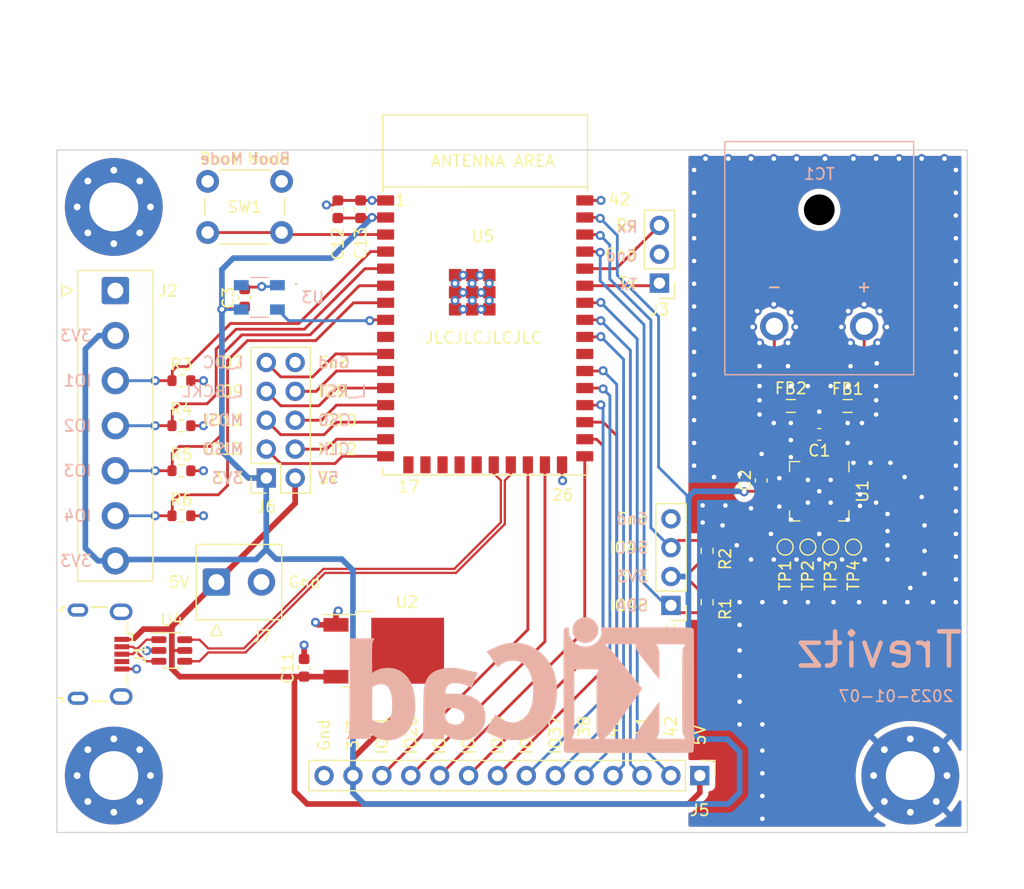
<source format=kicad_pcb>
(kicad_pcb (version 20211014) (generator pcbnew)
  (layers (0 "F.Cu" signal) (1 "In1.Cu" signal) (2 "In2.Cu" signal) (31 "B.Cu" signal) (34 "B.Paste" user) (35 "F.Paste" user) (36 "B.SilkS" user "B.Silkscreen") (37 "F.SilkS" user "F.Silkscreen") (38 "B.Mask" user) (39 "F.Mask" user) (44 "Edge.Cuts" user))
  (net 0 "")
  (net 1 "Net-(C1-Pad1)")
  (net 2 "Net-(C1-Pad2)")
  (net 3 "+3V3")
  (net 4 "GND")
  (net 5 "/Door Locked")
  (net 6 "/Door Unlocked")
  (net 7 "/Door Open")
  (net 8 "/Fan_High")
  (net 9 "/Fan_Low")
  (net 10 "/Bake_A")
  (net 11 "/Bake_B")
  (net 12 "/Broil_A")
  (net 13 "/Broil_Convection_B")
  (net 14 "/Convection_A")
  (net 16 "/Down_Draft_High")
  (net 17 "/Down_Draft_Low")
  (net 18 "/Cooling Fan")
  (net 20 "/SPI2_CS0")
  (net 21 "/LCD_BCKL")
  (net 22 "/LCD_RST")
  (net 23 "/LCD_DC")
  (net 24 "/SPI2_MISO")
  (net 25 "Net-(FB1-Pad1)")
  (net 26 "Net-(FB2-Pad1)")
  (net 27 "+5V")
  (net 28 "/USB_B_D-")
  (net 29 "/USB_B_D+")
  (net 31 "/Cancel")
  (net 32 "/UART_TX")
  (net 33 "/UART_RX")
  (net 34 "/SPI2_SCLK")
  (net 35 "/SPI2_MOSI")
  (net 41 "/SDA")
  (net 42 "/SCL")
  (net 43 "/Light")
  (net 44 "/BootMode")
  (net 45 "Net-(TP1-Pad1)")
  (net 46 "Net-(TP2-Pad1)")
  (net 47 "Net-(TP3-Pad1)")
  (net 48 "Net-(TP4-Pad1)")
  (net 49 "/LED")
  (net 51 "/IC_USB_D-")
  (net 52 "/IC_USB_D+")
  (footprint "Connector_USB:USB_Micro-B_Wuerth_629105150521" (layer "F.Cu") (at 108.8 124.325 -90)
    (fp_text reference "J1")
    (fp_text value "USB_B_Micro")
  )
  (footprint "Package_TO_SOT_SMD:SOT-23-6" (layer "F.Cu") (at 115.1 124)
    (fp_text reference "U4")
    (fp_text value "USBLC6-2P6")
  )
  (footprint "Capacitor_SMD:C_0603_1608Metric" (layer "F.Cu") (at 166.9 109.05 90)
    (fp_text reference "C2")
    (fp_text value "0.1u")
  )
  (footprint "Resistor_SMD:R_0603_1608Metric" (layer "F.Cu") (at 162.143 115.2375 90)
    (fp_text reference "R2")
    (fp_text value "10k")
  )
  (footprint "lib:ESP32-S2-WROOM" (layer "F.Cu") (at 142.69 92.325)
    (fp_text reference "U5")
    (fp_text value "ESP32-S2-WROOM")
  )
  (footprint "Resistor_SMD:R_0603_1608Metric" (layer "F.Cu") (at 115.94 104.236)
    (fp_text reference "R4")
    (fp_text value "10k")
  )
  (footprint "Capacitor_SMD:C_0603_1608Metric" (layer "F.Cu") (at 131.69 85.2 90)
    (fp_text reference "C13")
    (fp_text value "0.1u")
  )
  (footprint "Package_DFN_QFN:QFN-20-1EP_5x5mm_P0.65mm_EP3.35x3.35mm" (layer "F.Cu") (at 172 110 -90)
    (fp_text reference "U1")
    (fp_text value "MCP9600-E_MX")
  )
  (footprint "Connector_TE-Connectivity:TE_826576-2_1x02_P3.96mm_Vertical" (layer "F.Cu") (at 119.02 117.9825)
    (fp_text reference "J7")
    (fp_text value "Conn_01x02")
  )
  (footprint "Inductor_SMD:L_0805_2012Metric" (layer "F.Cu") (at 174.5 102.5 180)
    (fp_text reference "FB1")
    (fp_text value "FerriteBead_Small")
  )
  (footprint "Capacitor_SMD:C_0603_1608Metric" (layer "F.Cu") (at 126.725 125.525 90)
    (fp_text reference "C11")
    (fp_text value "22u")
  )
  (footprint "Resistor_SMD:R_0603_1608Metric" (layer "F.Cu") (at 162.143 119.7625 -90)
    (fp_text reference "R1")
    (fp_text value "10k")
  )
  (footprint "Resistor_SMD:R_0603_1608Metric" (layer "F.Cu") (at 115.94 112.156)
    (fp_text reference "R6")
    (fp_text value "10k")
  )
  (footprint "Resistor_SMD:R_0603_1608Metric" (layer "F.Cu") (at 115.94 108.196)
    (fp_text reference "R5")
    (fp_text value "10k")
  )
  (footprint "Inductor_SMD:L_0805_2012Metric" (layer "F.Cu") (at 169.5 102.5)
    (fp_text reference "FB2")
    (fp_text value "FerriteBead_Small")
  )
  (footprint "Resistor_SMD:R_0603_1608Metric" (layer "F.Cu") (at 115.94 100.276)
    (fp_text reference "R3")
    (fp_text value "10k")
  )
  (footprint "Capacitor_SMD:C_0603_1608Metric" (layer "F.Cu") (at 121.5 93 90)
    (fp_text reference "C3")
    (fp_text value "0.1u")
  )
  (footprint "Connector_PinSocket_2.54mm:PinSocket_2x05_P2.54mm_Vertical" (layer "F.Cu") (at 123.4 108.834 180)
    (fp_text reference "J6")
    (fp_text value "Conn_02x05_Counter_Clockwise")
  )
  (footprint "Connector_PinHeader_2.54mm:PinHeader_1x03_P2.54mm_Vertical" (layer "F.Cu") (at 157.952 91.7 180)
    (fp_text reference "J3")
    (fp_text value "Conn_01x03")
  )
  (footprint "Button_Switch_THT:SW_PUSH_6mm_H4.3mm" (layer "F.Cu") (at 118.25 82.75)
    (fp_text reference "SW1")
    (fp_text value "SW_Push")
  )
  (footprint "TestPoint:TestPoint_Pad_D1.0mm" (layer "F.Cu") (at 169 114.91 -90)
    (fp_text reference "TP1")
    (fp_text value "TestPoint")
  )
  (footprint "Capacitor_SMD:C_0603_1608Metric" (layer "F.Cu") (at 172 105 180)
    (fp_text reference "C1")
    (fp_text value "0.1u")
  )
  (footprint "MountingHole:MountingHole_4.3mm_M4_Pad_Via" (layer "F.Cu") (at 110 85)
    (fp_text reference "H4" hide)
    (fp_text value "MountingHole_Pad")
  )
  (footprint "MountingHole:MountingHole_4.3mm_M4_Pad_Via" (layer "F.Cu") (at 180 135)
    (fp_text reference "H3" hide)
    (fp_text value "MountingHole_Pad")
  )
  (footprint "Connector_PinHeader_2.54mm:PinHeader_1x14_P2.54mm_Vertical" (layer "F.Cu") (at 161.5 135 -90)
    (fp_text reference "J5")
    (fp_text value "Conn_01x14")
  )
  (footprint "Connector_PinHeader_2.54mm:PinHeader_1x04_P2.54mm_Vertical" (layer "F.Cu") (at 158.968 120.04 180)
    (fp_text reference "J4")
    (fp_text value "Conn_01x04")
  )
  (footprint "TestPoint:TestPoint_Pad_D1.0mm" (layer "F.Cu") (at 171 114.91 -90)
    (fp_text reference "TP2")
    (fp_text value "TestPoint")
  )
  (footprint "Capacitor_SMD:C_0603_1608Metric" (layer "F.Cu") (at 129.69 85.2 90)
    (fp_text reference "C12")
    (fp_text value "22u")
  )
  (footprint "Package_TO_SOT_SMD:TO-252-2" (layer "F.Cu") (at 133.725 124.025)
    (fp_text reference "U2")
    (fp_text value "3.3V LDO Reg")
  )
  (footprint "TestPoint:TestPoint_Pad_D1.0mm" (layer "F.Cu") (at 173 114.91 -90)
    (fp_text reference "TP3")
    (fp_text value "TestPoint")
  )
  (footprint "MountingHole:MountingHole_4.3mm_M4_Pad_Via" (layer "F.Cu") (at 110 135)
    (fp_text reference "H5" hide)
    (fp_text value "MountingHole_Pad")
  )
  (footprint "TestPoint:TestPoint_Pad_D1.0mm" (layer "F.Cu") (at 175 114.91 -90)
    (fp_text reference "TP4")
    (fp_text value "TestPoint")
  )
  (footprint "Connector_TE-Connectivity:TE_826576-7_1x07_P3.96mm_Vertical" (layer "F.Cu") (at 110.14 92.356 -90)
    (fp_text reference "J2")
    (fp_text value "Conn_01x07")
  )
  (footprint "lib:IN-PI33TBTPRPGPB" (layer "B.Cu") (at 122.79 92.95)
    (fp_text reference "U3")
    (fp_text value "IN-PI33TBTPRPGPB" hide)
  )
  (footprint "lib:IM-J-PCB" (layer "B.Cu") (at 172 79.25 180)
    (fp_text reference "TC1")
    (fp_text value "Thermocouple_Block")
  )
  (footprint "Symbol:KiCad-Logo_12mm_SilkScreen" (layer "B.Cu") (at 145.75 127 180)
    (fp_text reference "PS1" hide)
    (fp_text value "External PSU" hide)
  )
  (gr_line (start 185 80) (end 185 140) (layer "Edge.Cuts") (width 0.1))
  (gr_line (start 105 80) (end 185 80) (layer "Edge.Cuts") (width 0.1))
  (gr_line (start 105 140) (end 105 80) (layer "Edge.Cuts") (width 0.1))
  (gr_line (start 185 140) (end 105 140) (layer "Edge.Cuts") (width 0.1))
  (gr_text "2023-01-07" (at 178.75 128.016) (layer "B.SilkS") (effects (font (size 1 1)) (justify mirror)))
  (gr_text "L_DC" (at 121.495 98.674) (layer "B.SilkS") (effects (font (size 1 1)) (justify left mirror)))
  (gr_text "CLK" (at 127.845 106.294) (layer "B.SilkS") (effects (font (size 1 1)) (justify right mirror)))
  (gr_text "CS0" (at 127.845 103.754) (layer "B.SilkS") (effects (font (size 1 1)) (justify right mirror)))
  (gr_text "3V3" (at 108.16 96.316) (layer "B.SilkS") (effects (font (size 1 1)) (justify left mirror)))
  (gr_text "IO3" (at 108.16 108.196) (layer "B.SilkS") (effects (font (size 1 1)) (justify left mirror)))
  (gr_text "3V3" (at 108.16 116.116) (layer "B.SilkS") (effects (font (size 1 1)) (justify left mirror)))
  (gr_text "MISO" (at 121.495 106.294) (layer "B.SilkS") (effects (font (size 1 1)) (justify left mirror)))
  (gr_text "Tx" (at 156.14 91.836) (layer "B.SilkS") (effects (font (size 1 1)) (justify left mirror)))
  (gr_text "Rx" (at 156.14 86.756) (layer "B.SilkS") (effects (font (size 1 1)) (justify left mirror)))
  (gr_text "Gnd" (at 157.063 112.42) (layer "B.SilkS") (effects (font (size 1 1)) (justify left mirror)))
  (gr_text "3V3" (at 157.063 117.5) (layer "B.SilkS") (effects (font (size 1 1)) (justify left mirror)))
  (gr_text "3V3" (at 121.495 108.834) (layer "B.SilkS") (effects (font (size 1 1)) (justify left mirror)))
  (gr_text "5V" (at 127.845 108.834) (layer "B.SilkS") (effects (font (size 1 1)) (justify right mirror)))
  (gr_text "L_RST" (at 127.845 101.214) (layer "B.SilkS") (effects (font (size 1 1)) (justify right mirror)))
  (gr_text "IO1" (at 108.16 100.276) (layer "B.SilkS") (effects (font (size 1 1)) (justify left mirror)))
  (gr_text "SDA" (at 157.063 120.04) (layer "B.SilkS") (effects (font (size 1 1)) (justify left mirror)))
  (gr_text "L_BCKL" (at 121.495 101.214) (layer "B.SilkS") (effects (font (size 1 1)) (justify left mirror)))
  (gr_text "Trevitz" (at 177.25 123.952) (layer "B.SilkS") (effects (font (size 3 3) (thickness 0.4)) (justify mirror)))
  (gr_text "Boot Mode" (at 121.54 80.756) (layer "B.SilkS") (effects (font (size 1 1)) (justify mirror)))
  (gr_text "Gnd" (at 127.845 98.674) (layer "B.SilkS") (effects (font (size 1 1)) (justify right mirror)))
  (gr_text "Gnd" (at 156.14 89.296) (layer "B.SilkS") (effects (font (size 1 1)) (justify left mirror)))
  (gr_text "IO4" (at 108.16 112.156) (layer "B.SilkS") (effects (font (size 1 1)) (justify left mirror)))
  (gr_text "MOSI" (at 121.495 103.754) (layer "B.SilkS") (effects (font (size 1 1)) (justify left mirror)))
  (gr_text "SCL" (at 157.063 114.96) (layer "B.SilkS") (effects (font (size 1 1)) (justify left mirror)))
  (gr_text "IO2" (at 108.16 104.236) (layer "B.SilkS") (effects (font (size 1 1)) (justify left mirror)))
  (gr_text "JLCJLCJLCJLC" (at 142.5 96.5) (layer "F.SilkS") (effects (font (size 1 1))))
  (gr_text "IO33" (at 138.64 131.444 90) (layer "F.SilkS") (effects (font (size 1 1))))
  (gr_text "IO46" (at 157.063 114.96) (layer "F.SilkS") (effects (font (size 1 1)) (justify right)))
  (gr_text "IO37" (at 148.8 131.444 90) (layer "F.SilkS") (effects (font (size 1 1))))
  (gr_text "IO10" (at 127.845 103.754) (layer "F.SilkS") (effects (font (size 1 1)) (justify left)))
  (gr_text "5V" (at 115.75 118) (layer "F.SilkS") (effects (font (size 1 1))))
  (gr_text "-" (at 168.05 92) (layer "F.SilkS") (effects (font (size 1 1))))
  (gr_text "IO13" (at 121.495 106.294) (layer "F.SilkS") (effects (font (size 1 1)) (justify right)))
  (gr_text "Tx" (at 156.047 91.7) (layer "F.SilkS") (effects (font (size 1 1)) (justify right)))
  (gr_text "Boot Mode" (at 121.54 80.756) (layer "F.SilkS") (effects (font (size 1 1))))
  (gr_text "IO36" (at 146.26 131.444 90) (layer "F.SilkS") (effects (font (size 1 1))))
  (gr_text "Rx" (at 156.047 86.62) (layer "F.SilkS") (effects (font (size 1 1)) (justify right)))
  (gr_text "Gnd" (at 157.063 112.42) (layer "F.SilkS") (effects (font (size 1 1)) (justify right)))
  (gr_text "IO35" (at 143.75 131.444 90) (layer "F.SilkS") (effects (font (size 1 1))))
  (gr_text "IO38" (at 151.34 131.444 90) (layer "F.SilkS") (effects (font (size 1 1))))
  (gr_text "5V" (at 161.5 131.444 90) (layer "F.SilkS") (effects (font (size 1 1))))
  (gr_text "IO26" (at 136.1 131.444 90) (layer "F.SilkS") (effects (font (size 1 1))))
  (gr_text "IO40" (at 153.88 131.5 90) (layer "F.SilkS") (effects (font (size 1 1))))
  (gr_text "IO8" (at 127.845 101.214) (layer "F.SilkS") (effects (font (size 1 1)) (justify left)))
  (gr_text "+" (at 175.94 92) (layer "F.SilkS") (effects (font (size 1 1))))
  (gr_text "3V3" (at 131.02 131.444 90) (layer "F.SilkS") (effects (font (size 1 1))))
  (gr_text "Gnd" (at 156.047 89.16) (layer "F.SilkS") (effects (font (size 1 1)) (justify right)))
  (gr_text "IO45" (at 157.063 120.04) (layer "F.SilkS") (effects (font (size 1 1)) (justify right)))
  (gr_text "IO9" (at 121.495 101.214) (layer "F.SilkS") (effects (font (size 1 1)) (justify right)))
  (gr_text "Gnd" (at 126.75 118) (layer "F.SilkS") (effects (font (size 1 1))))
  (gr_text "IO21" (at 133.56 131.444 90) (layer "F.SilkS") (effects (font (size 1 1))))
  (gr_text "IO11" (at 121.495 103.754) (layer "F.SilkS") (effects (font (size 1 1)) (justify right)))
  (gr_text "3V3" (at 121.495 108.834) (layer "F.SilkS") (effects (font (size 1 1)) (justify right)))
  (gr_text "5V" (at 127.845 108.864) (layer "F.SilkS") (effects (font (size 1 1)) (justify left)))
  (gr_text "IO12" (at 127.845 106.294) (layer "F.SilkS") (effects (font (size 1 1)) (justify left)))
  (gr_text "IO41" (at 156.42 131.444 90) (layer "F.SilkS") (effects (font (size 1 1))))
  (gr_text "IO34" (at 141.18 131.444 90) (layer "F.SilkS") (effects (font (size 1 1))))
  (gr_text "3V3" (at 157.063 117.5) (layer "F.SilkS") (effects (font (size 1 1)) (justify right)))
  (gr_text "IO7" (at 121.495 98.674) (layer "F.SilkS") (effects (font (size 1 1)) (justify right)))
  (gr_text "IO42" (at 158.96 131.444 90) (layer "F.SilkS") (effects (font (size 1 1))))
  (gr_text "Gnd" (at 128.48 131.444 90) (layer "F.SilkS") (effects (font (size 1 1))))
  (gr_text "Gnd" (at 127.845 98.674) (layer "F.SilkS") (effects (font (size 1 1)) (justify left)))
  (segment (start 172.95 105) (end 172.95 106.8) (width 0.25) (layer "F.Cu") (net 1))
  (segment (start 172.95 105) (end 172.95 103.8) (width 0.25) (layer "F.Cu") (net 1))
  (segment (start 172.95 106.8) (end 172.65 107.1) (width 0.25) (layer "F.Cu") (net 1))
  (segment (start 172.95 103.8) (end 173.4375 103.3125) (width 0.25) (layer "F.Cu") (net 1))
  (segment (start 173.4375 103.3125) (end 173.4375 102.5) (width 0.25) (layer "F.Cu") (net 1))
  (segment (start 172.65 107.1) (end 172.65 107.55) (width 0.25) (layer "F.Cu") (net 1))
  (segment (start 171.05 103.8) (end 171.05 105) (width 0.25) (layer "F.Cu") (net 2))
  (segment (start 171.35 107.55) (end 171.35 106.6) (width 0.25) (layer "F.Cu") (net 2))
  (segment (start 171.35 106.6) (end 171.05 106.3) (width 0.25) (layer "F.Cu") (net 2))
  (segment (start 171.05 106.3) (end 171.05 105) (width 0.25) (layer "F.Cu") (net 2))
  (segment (start 170.5625 102.5) (end 170.5625 103.3125) (width 0.25) (layer "F.Cu") (net 2))
  (segment (start 170.5625 103.3125) (end 171.05 103.8) (width 0.25) (layer "F.Cu") (net 2))
  (segment (start 133.89 85.925) (end 132.69 85.925) (width 0.25) (layer "F.Cu") (net 3))
  (segment (start 166.9 110) (end 165.45 110) (width 0.25) (layer "F.Cu") (net 3))
  (segment (start 152.75 86) (end 152.675 85.925) (width 0.25) (layer "F.Cu") (net 3))
  (segment (start 131.02 135) (end 131.02 133.48) (width 0.5) (layer "F.Cu") (net 3))
  (segment (start 152.675 85.925) (end 151.39 85.925) (width 0.25) (layer "F.Cu") (net 3))
  (segment (start 162.143 118.85) (end 161.588 118.85) (width 0.25) (layer "F.Cu") (net 3))
  (segment (start 131.74 85.925) (end 131.69 85.975) (width 0.25) (layer "F.Cu") (net 3))
  (segment (start 135.825 124.025) (end 135.825 128.675) (width 0.5) (layer "F.Cu") (net 3))
  (segment (start 165.45 110) (end 165.4 110.05) (width 0.25) (layer "F.Cu") (net 3))
  (segment (start 169.55 110) (end 166.9 110) (width 0.25) (layer "F.Cu") (net 3))
  (segment (start 121.5 93.95) (end 119.55 93.95) (width 0.25) (layer "F.Cu") (net 3))
  (segment (start 131.02 133.48) (end 135.825 128.675) (width 0.5) (layer "F.Cu") (net 3))
  (segment (start 160.238 117.5) (end 158.968 117.5) (width 0.25) (layer "F.Cu") (net 3))
  (segment (start 161.588 118.85) (end 160.238 117.5) (width 0.25) (layer "F.Cu") (net 3))
  (segment (start 131.69 85.975) (end 129.69 85.975) (width 0.25) (layer "F.Cu") (net 3))
  (segment (start 119.55 93.95) (end 119.5 94) (width 0.25) (layer "F.Cu") (net 3))
  (segment (start 161.588 116.15) (end 160.238 117.5) (width 0.25) (layer "F.Cu") (net 3))
  (segment (start 133.89 85.925) (end 131.74 85.925) (width 0.25) (layer "F.Cu") (net 3))
  (segment (start 162.143 116.15) (end 161.588 116.15) (width 0.25) (layer "F.Cu") (net 3))
  (via (at 165.4 110.05) (size 0.8) (drill 0.4) (layers "F.Cu" "B.Cu") (net 3))
  (via (at 119.5 94) (size 0.8) (drill 0.4) (layers "F.Cu" "B.Cu") (net 3))
  (via (at 152.75 86) (size 0.8) (drill 0.4) (layers "F.Cu" "B.Cu") (net 3))
  (via (at 132.69 85.925) (size 0.8) (drill 0.4) (layers "F.Cu" "B.Cu") (net 3))
  (segment (start 120.5 89.5) (end 119.5 90.5) (width 0.5) (layer "B.Cu") (net 3))
  (segment (start 161.5 131.8) (end 163.9 131.8) (width 0.5) (layer "B.Cu") (net 3))
  (segment (start 123.4 115.1) (end 122.5 116) (width 0.5) (layer "B.Cu") (net 3))
  (segment (start 124.267 115.967) (end 123.4 115.1) (width 0.5) (layer "B.Cu") (net 3))
  (segment (start 160.5 110.5) (end 160.5 117.4) (width 0.5) (layer "B.Cu") (net 3))
  (segment (start 130.033 115.967) (end 124.267 115.967) (width 0.5) (layer "B.Cu") (net 3))
  (segment (start 119.5 106.5) (end 119.5 94) (width 0.5) (layer "B.Cu") (net 3))
  (segment (start 160.5 110.5) (end 157.875 107.875) (width 0.25) (layer "B.Cu") (net 3))
  (segment (start 165 136.5) (end 164 137.5) (width 0.5) (layer "B.Cu") (net 3))
  (segment (start 160.5 130.8) (end 161.5 131.8) (width 0.5) (layer "B.Cu") (net 3))
  (segment (start 110.256 116) (end 110.14 116.116) (width 0.5) (layer "B.Cu") (net 3))
  (segment (start 131.02 135) (end 131.02 116.954) (width 0.5) (layer "B.Cu") (net 3))
  (segment (start 132.69 85.925) (end 129.115 89.5) (width 0.5) (layer "B.Cu") (net 3))
  (segment (start 119.52 94.02) (end 119.5 94) (width 0.25) (layer "B.Cu") (net 3))
  (segment (start 154.25 87.5) (end 152.75 86) (width 0.25) (layer "B.Cu") (net 3))
  (segment (start 157.875 107.875) (end 157.875 94.625) (width 0.25) (layer "B.Cu") (net 3))
  (segment (start 121.834 108.834) (end 119.5 106.5) (width 0.5) (layer "B.Cu") (net 3))
  (segment (start 121.2 94.02) (end 119.52 94.02) (width 0.25) (layer "B.Cu") (net 3))
  (segment (start 160.5 117.4) (end 160.5 130.8) (width 0.5) (layer "B.Cu") (net 3))
  (segment (start 165.4 110.05) (end 165.35 110) (width 0.5) (layer "B.Cu") (net 3))
  (segment (start 154.25 91) (end 154.25 87.5) (width 0.25) (layer "B.Cu") (net 3))
  (segment (start 107.5 115) (end 107.5 97.5) (width 0.5) (layer "B.Cu") (net 3))
  (segment (start 119.5 90.5) (end 119.5 93) (width 0.5) (layer "B.Cu") (net 3))
  (segment (start 131.02 136.52) (end 131.02 135) (width 0.5) (layer "B.Cu") (net 3))
  (segment (start 108.684 96.316) (end 107.5 97.5) (width 0.5) (layer "B.Cu") (net 3))
  (segment (start 157.875 94.625) (end 154.25 91) (width 0.25) (layer "B.Cu") (net 3))
  (segment (start 160.5 117.4) (end 160.4 117.5) (width 0.5) (layer "B.Cu") (net 3))
  (segment (start 110.14 116.116) (end 108.616 116.116) (width 0.5) (layer "B.Cu") (net 3))
  (segment (start 122.5 116) (end 110.256 116) (width 0.5) (layer "B.Cu") (net 3))
  (segment (start 123.4 108.834) (end 121.834 108.834) (width 0.5) (layer "B.Cu") (net 3))
  (segment (start 123.4 108.834) (end 123.4 112.4) (width 0.5) (layer "B.Cu") (net 3))
  (segment (start 160.4 117.5) (end 158.968 117.5) (width 0.5) (layer "B.Cu") (net 3))
  (segment (start 129.115 89.5) (end 120.5 89.5) (width 0.5) (layer "B.Cu") (net 3))
  (segment (start 110.14 96.316) (end 108.684 96.316) (width 0.5) (layer "B.Cu") (net 3))
  (segment (start 132 137.5) (end 131.02 136.52) (width 0.5) (layer "B.Cu") (net 3))
  (segment (start 165.35 110) (end 161 110) (width 0.5) (layer "B.Cu") (net 3))
  (segment (start 131.02 116.954) (end 130.033 115.967) (width 0.5) (layer "B.Cu") (net 3))
  (segment (start 123.4 115.1) (end 123.4 112.4) (width 0.5) (layer "B.Cu") (net 3))
  (segment (start 163.9 131.8) (end 165 132.9) (width 0.5) (layer "B.Cu") (net 3))
  (segment (start 165 132.9) (end 165 136.5) (width 0.5) (layer "B.Cu") (net 3))
  (segment (start 161 110) (end 160.5 110.5) (width 0.5) (layer "B.Cu") (net 3))
  (segment (start 119.5 94) (end 119.5 93) (width 0.5) (layer "B.Cu") (net 3))
  (segment (start 164 137.5) (end 132 137.5) (width 0.5) (layer "B.Cu") (net 3))
  (segment (start 108.616 116.116) (end 107.5 115) (width 0.5) (layer "B.Cu") (net 3))
  (segment (start 174.45 110.65) (end 175.442 110.65) (width 0.25) (layer "F.Cu") (net 4))
  (segment (start 175.554 110) (end 175.574 110.02) (width 0.25) (layer "F.Cu") (net 4))
  (segment (start 169.55 109.35) (end 171.35 109.35) (width 0.25) (layer "F.Cu") (net 4))
  (segment (start 168.554 109.35) (end 168.554 108.9165) (width 0.25) (layer "F.Cu") (net 4))
  (segment (start 143 91) (end 143 94) (width 0.25) (layer "F.Cu") (net 4))
  (segment (start 116.79625 112.156) (end 117.88375 112.156) (width 0.25) (layer "F.Cu") (net 4))
  (segment (start 175.574 110.02) (end 175.574 110.274) (width 0.25) (layer "F.Cu") (net 4))
  (segment (start 170.4 106.35) (end 170.15 106.35) (width 0.25) (layer "F.Cu") (net 4))
  (segment (start 126.725 124.75) (end 126.725 123.525) (width 0.5) (layer "F.Cu") (net 4))
  (segment (start 166.9 106.756) (end 166.938 106.718) (width 0.25) (layer "F.Cu") (net 4))
  (segment (start 174.45 110.65) (end 172.65 110.65) (width 0.25) (layer "F.Cu") (net 4))
  (segment (start 116.79625 104.236) (end 117.88375 104.236) (width 0.25) (layer "F.Cu") (net 4))
  (segment (start 170.7 108.45) (end 170.575 108.575) (width 0.25) (layer "F.Cu") (net 4))
  (segment (start 172 112.2) (end 172 113.75) (width 0.25) (layer "F.Cu") (net 4))
  (segment (start 173.3 107.55) (end 173.3 108.45) (width 0.25) (layer "F.Cu") (net 4))
  (segment (start 174.45 111.3) (end 173.55 111.3) (width 0.25) (layer "F.Cu") (net 4))
  (segment (start 140 92.5) (end 143 92.5) (width 0.25) (layer "F.Cu") (net 4))
  (segment (start 171.35 109.35) (end 172 110) (width 0.25) (layer "F.Cu") (net 4))
  (segment (start 121.5 92.05) (end 122.95 92.05) (width 0.25) (layer "F.Cu") (net 4))
  (segment (start 170.7 106.65) (end 170.4 106.35) (width 0.25) (layer "F.Cu") (net 4))
  (segment (start 168.512 108.7) (end 168.512 108.8255) (width 0.25) (layer "F.Cu") (net 4))
  (segment (start 171.35 110.65) (end 171.375 110.625) (width 0.25) (layer "F.Cu") (net 4))
  (segment (start 113.9625 124) (end 112.925 124) (width 0.25) (layer "F.Cu") (net 4))
  (segment (start 174.45 110) (end 173.425 110) (width 0.25) (layer "F.Cu") (net 4))
  (segment (start 129.29 84.825) (end 128.69 84.825) (width 0.25) (layer "F.Cu") (net 4))
  (segment (start 116.79625 100.276) (end 117.88375 100.276) (width 0.25) (layer "F.Cu") (net 4))
  (segment (start 169.55 111.3) (end 170.45 111.3) (width 0.25) (layer "F.Cu") (net 4))
  (segment (start 172 107.55) (end 172 108.575) (width 0.25) (layer "F.Cu") (net 4))
  (segment (start 172 107.55) (end 172 101.75) (width 0.25) (layer "F.Cu") (net 4))
  (segment (start 112.925 124) (end 112.9 124.025) (width 0.25) (layer "F.Cu") (net 4))
  (segment (start 173.3 108.45) (end 173.425 108.575) (width 0.25) (layer "F.Cu") (net 4))
  (segment (start 170.45 111.3) (end 170.575 111.425) (width 0.25) (layer "F.Cu") (net 4))
  (segment (start 172 112.45) (end 172 111.425) (width 0.25) (layer "F.Cu") (net 4))
  (segment (start 168.512 108.8255) (end 168.4875 108.85) (width 0.25) (layer "F.Cu") (net 4))
  (segment (start 170.7 107.55) (end 170.7 106.65) (width 0.25) (layer "F.Cu") (net 4))
  (segment (start 129.525 120.725) (end 129.725 120.525) (width 0.5) (layer "F.Cu") (net 4))
  (segment (start 129.525 121.745) (end 129.525 120.725) (width 0.5) (layer "F.Cu") (net 4))
  (segment (start 129.69 84.425) (end 129.29 84.825) (width 0.25) (layer "F.Cu") (net 4))
  (segment (start 133.89 84.425) (end 132.69 84.425) (width 0.25) (layer "F.Cu") (net 4))
  (segment (start 168.554 108.9165) (end 168.4875 108.85) (width 0.25) (layer "F.Cu") (net 4))
  (segment (start 149.39 107.675) (end 149.39 109.025) (width 0.25) (layer "F.Cu") (net 4))
  (segment (start 141.5 94) (end 141.5 91) (width 0.25) (layer "F.Cu") (net 4))
  (segment (start 170.15 106.35) (end 169.5 107) (width 0.25) (layer "F.Cu") (net 4))
  (segment (start 131.69 84.425) (end 132.69 84.425) (width 0.25) (layer "F.Cu") (net 4))
  (segment (start 171.375 110.625) (end 172 110) (width 0.25) (layer "F.Cu") (net 4))
  (segment (start 110.7 125.625) (end 112 125.625) (width 0.25) (layer "F.Cu") (net 4))
  (segment (start 168.25 111.25) (end 168.3875 111.25) (width 0.25) (layer "F.Cu") (net 4))
  (segment (start 143 94) (end 140 94) (width 0.25) (layer "F.Cu") (net 4))
  (segment (start 129.69 84.425) (end 131.69 84.425) (width 0.25) (layer "F.Cu") (net 4))
  (segment (start 169.55 109.35) (end 168.554 109.35) (width 0.25) (layer "F.Cu") (net 4))
  (segment (start 116.79625 108.196) (end 117.88375 108.196) (width 0.25) (layer "F.Cu") (net 4))
  (segment (start 166.9 108.1) (end 166.9 106.756) (width 0.25) (layer "F.Cu") (net 4))
  (segment (start 172.65 110.65) (end 172 110) (width 0.25) (layer "F.Cu") (net 4))
  (segment (start 127.945 121.745) (end 127.725 121.525) (width 0.5) (layer "F.Cu") (net 4))
  (segment (start 129.525 121.745) (end 127.945 121.745) (width 0.5) (layer "F.Cu") (net 4))
  (segment (start 173.3 107.55) (end 173.3 107.2) (width 0.25) (layer "F.Cu") (net 4))
  (segment (start 174.45 111.3) (end 175.564 111.3) (width 0.25) (layer "F.Cu") (net 4))
  (segment (start 170.45 108.7) (end 170.575 108.575) (width 0.25) (layer "F.Cu") (net 4))
  (segment (start 140 94) (end 140 91) (width 0.25) (layer "F.Cu") (net 4))
  (segment (start 140 91) (end 143 91) (width 0.25) (layer "F.Cu") (net 4))
  (segment (start 122.95 92.05) (end 123 92) (width 0.25) (layer "F.Cu") (net 4))
  (segment (start 170.7 107.55) (end 170.7 108.45) (width 0.25) (layer "F.Cu") (net 4))
  (segment (start 173.3 107.2) (end 174.875 105.625) (width 0.25) (layer "F.Cu") (net 4))
  (segment (start 169.55 111.3) (end 168.472 111.3) (width 0.25) (layer "F.Cu") (net 4))
  (segment (start 168.25 110.994) (end 168.25 111.25) (width 0.25) (layer "F.Cu") (net 4))
  (segment (start 173.55 111.3) (end 173.425 111.425) (width 0.25) (layer "F.Cu") (net 4))
  (segment (start 169.55 108.7) (end 168.512 108.7) (width 0.25) (layer "F.Cu") (net 4))
  (segment (start 168.3875 111.25) (end 168.4875 111.35) (width 0.25) (layer "F.Cu") (net 4))
  (segment (start 169.55 108.7) (end 170.45 108.7) (width 0.25) (layer "F.Cu") (net 4))
  (segment (start 151.39 84.425) (end 152.815 84.425) (width 0.25) (layer "F.Cu") (net 4))
  (segment (start 169.55 110.65) (end 168.594 110.65) (width 0.25) (layer "F.Cu") (net 4))
  (segment (start 175.564 111.3) (end 175.574 111.29) (width 0.25) (layer "F.Cu") (net 4))
  (segment (start 169.55 110.65) (end 171.35 110.65) (width 0.25) (layer "F.Cu") (net 4))
  (segment (start 174.45 110) (end 175.554 110) (width 0.25) (layer "F.Cu") (net 4))
  (segment (start 149.39 109.025) (end 149.44 109.075) (width 0.25) (layer "F.Cu") (net 4))
  (segment (start 168.594 110.65) (end 168.25 110.994) (width 0.25) (layer "F.Cu") (net 4))
  (via (at 112 125.625) (size 0.8) (drill 0.4) (layers "F.Cu" "B.Cu") (net 4))
  (via (at 175.94 93.556) (size 0.8) (drill 0.4) (layers "F.Cu" "B.Cu") (net 4))
  (via (at 183 80.75) (size 0.8) (drill 0.4) (layers "F.Cu" "B.Cu") (net 4))
  (via (at 184 81.75) (size 0.8) (drill 0.4) (layers "F.Cu" "B.Cu") (net 4))
  (via (at 175.574 111.29) (size 0.8) (drill 0.4) (layers "F.Cu" "B.Cu") (net 4))
  (via (at 173 111) (size 0.8) (drill 0.4) (layers "F.Cu" "B.Cu") (net 4))
  (via (at 170 116) (size 0.8) (drill 0.4) (layers "F.Cu" "B.Cu") (net 4))
  (via (at 172 110) (size 0.8) (drill 0.4) (layers "F.Cu" "B.Cu") (net 4))
  (via (at 166.75 102) (size 0.8) (drill 0.4) (layers "F.Cu" "B.Cu") (net 4))
  (via (at 178.25 107.5) (size 0.8) (drill 0.4) (layers "F.Cu" "B.Cu") (net 4))
  (via (at 117.88375 112.156) (size 0.8) (drill 0.4) (layers "F.Cu" "B.Cu") (net 4))
  (via (at 164.75 114.75) (size 0.8) (drill 0.4) (layers "F.Cu" "B.Cu") (net 4))
  (via (at 184 93.75) (size 0.8) (drill 0.4) (layers "F.Cu" "B.Cu") (net 4))
  (via (at 178 114.75) (size 0.8) (drill 0.4) (layers "F.Cu" "B.Cu") (net 4))
  (via (at 177 111) (size 0.8) (drill 0.4) (layers "F.Cu" "B.Cu") (net 4))
  (via (at 167.75 113.75) (size 0.8) (drill 0.4) (layers "F.Cu" "B.Cu") (net 4))
  (via (at 184 87.75) (size 0.8) (drill 0.4) (layers "F.Cu" "B.Cu") (net 4))
  (via (at 179.75 119.75) (size 0.8) (drill 0.4) (layers "F.Cu" "B.Cu") (net 4))
  (via (at 161 97.75) (size 0.8) (drill 0.4) (layers "F.Cu" "B.Cu") (net 4))
  (via (at 169.5 105.5) (size 0.8) (drill 0.4) (layers "F.Cu" "B.Cu") (net 4))
  (via (at 117.88375 100.276) (size 0.8) (drill 0.4) (layers "F.Cu" "B.Cu") (net 4))
  (via (at 166.75 99) (size 0.8) (drill 0.4) (layers "F.Cu" "B.Cu") (net 4))
  (via (at 132.69 84.425) (size 0.8) (drill 0.4) (layers "F.Cu" "B.Cu") (net 4))
  (via (at 166 111.5) (size 0.8) (drill 0.4) (layers "F.Cu" "B.Cu") (net 4))
  (via (at 165 124) (size 0.8) (drill 0.4) (layers "F.Cu" "B.Cu") (net 4))
  (via (at 166.75 103.25) (size 0.8) (drill 0.4) (layers "F.Cu" "B.Cu") (net 4))
  (via (at 177.34 94.156) (size 0.8) (drill 0.4) (layers "F.Cu" "B.Cu") (net 4))
  (via (at 161 95.75) (size 0.8) (drill 0.4) (layers "F.Cu" "B.Cu") (net 4))
  (via (at 174.74 96.956) (size 0.8) (drill 0.4) (layers "F.Cu" "B.Cu") (net 4))
  (via (at 161 99.75) (size 0.8) (drill 0.4) (layers "F.Cu" "B.Cu") (net 4))
  (via (at 168.4875 108.85) (size 0.8) (drill 0.4) (layers "F.Cu" "B.Cu") (net 4))
  (via (at 173 100.75) (size 0.8) (drill 0.4) (layers "F.Cu" "B.Cu") (net 4))
  (via (at 179 80.75) (size 0.8) (drill 0.4) (layers "F.Cu" "B.Cu") (net 4))
  (via (at 184 99.75) (size 0.8) (drill 0.4) (layers "F.Cu" "B.Cu") (net 4))
  (via (at 165 126.25) (size 0.8) (drill 0.4) (layers "F.Cu" "B.Cu") (net 4))
  (via (at 184 113.75) (size 0.8) (drill 0.4) (layers "F.Cu" "B.Cu") (net 4))
  (via (at 165 130.5) (size 0.8) (drill 0.4) (layers "F.Cu" "B.Cu") (net 4))
  (via (at 166.75 100.75) (size 0.8) (drill 0.4) (layers "F.Cu" "B.Cu") (net 4))
  (via (at 161 107.75) (size 0.8) (drill 0.4) (layers "F.Cu" "B.Cu") (net 4))
  (via (at 152.815 84.425) (size 0.8) (drill 0.4) (layers "F.Cu" "B.Cu") (net 4))
  (via (at 177.94 95.556) (size 0.8) (drill 0.4) (layers "F.Cu" "B.Cu") (net 4))
  (via (at 170 80.75) (size 0.8) (drill 0.4) (layers "F.Cu" "B.Cu") (net 4))
  (via (at 161.75 112.75) (size 0.8) (drill 0.4) (layers "F.Cu" "B.Cu") (net 4))
  (via (at 178 112) (size 0.8) (drill 0.4) (layers "F.Cu" "B.Cu") (net 4))
  (via (at 126.725 123.525) (size 0.8) (drill 0.4) (layers "F.Cu" "B.Cu") (net 4))
  (via (at 181.25 115.25) (size 0.8) (drill 0.4) (layers "F.Cu" "B.Cu") (net 4))
  (via (at 182 119.75) (size 0.8) (drill 0.4) (layers "F.Cu" "B.Cu") (net 4))
  (via (at 184 119.75) (size 0.8) (drill 0.4) (layers "F.Cu" "B.Cu") (net 4))
  (via (at 184 83.75) (size 0.8) (drill 0.4) (layers "F.Cu" "B.Cu") (net 4))
  (via (at 166.75 96.956) (size 0.8) (drill 0.4) (layers "F.Cu" "B.Cu") (net 4))
  (via (at 166.54 94.156) (size 0.8) (drill 0.4) (layers "F.Cu" "B.Cu") (net 4))
  (via (at 176 116) (size 0.8) (drill 0.4) (layers "F.Cu" "B.Cu") (net 4))
  (via (at 149.44 109.075) (size 0.8) (drill 0.4) (layers "F.Cu" "B.Cu") (net 4))
  (via (at 184 111.75) (size 0.8) (drill 0.4) (layers "F.Cu" "B.Cu") (net 4))
  (via (at 161 89.75) (size 0.8) (drill 0.4) (layers "F.Cu" "B.Cu") (net 4))
  (via (at 123 92) (size 0.8) (drill 0.4) (layers "F.Cu" "B.Cu") (net 4))
  (via (at 161 83.75) (size 0.8) (drill 0.4) (layers "F.Cu" "B.Cu") (net 4))
  (via (at 166 80.75) (size 0.8) (drill 0.4) (layers "F.Cu" "B.Cu") (net 4))
  (via (at 167 134.8) (size 0.8) (drill 0.4) (layers "F.Cu" "B.Cu") (net 4))
  (via (at 177.05 98.75) (size 0.8) (drill 0.4) (layers "F.Cu" "B.Cu") (net 4))
  (via (at 177 102) (size 0.8) (drill 0.4) (layers "F.Cu" "B.Cu") (net 4))
  (via (at 177 103.25) (size 0.8) (drill 0.4) (layers "F.Cu" "B.Cu") (net 4))
  (via (at 128.69 84.825) (size 0.8) (drill 0.4) (layers "F.Cu" "B.Cu") (net 4))
  (via (at 173.25 119.75) (size 0.8) (drill 0.4) (layers "F.Cu" "B.Cu") (net 4))
  (via (at 167 130.5) (size 0.8) (drill 0.4) (layers "F.Cu" "B.Cu") (net 4))
  (via (at 169 119.75) (size 0.8) (drill 0.4) (layers "F.Cu" "B.Cu") (net 4))
  (via (at 175.75 104) (size 0.8) (drill 0.4) (layers "F.Cu" "B.Cu") (net 4))
  (via (at 171 119.75) (size 0.8) (drill 0.4) (layers "F.Cu" "B.Cu") (net 4))
  (via (at 163.75 111.25) (size 0.8) (drill 0.4) (layers "F.Cu" "B.Cu") (net 4))
  (via (at 169.5 100.75) (size 0.8) (drill 0.4) (layers "F.Cu" "B.Cu") (net 4))
  (via (at 168.4875 111.35) (size 0.8) (drill 0.4) (layers "F.Cu" "B.Cu") (net 4))
  (via (at 167 119.75) (size 0.8) (drill 0.4) (layers "F.Cu" "B.Cu") (net 4))
  (via (at 172 103) (size 0.8) (drill 0.4) (layers "F.Cu" "B.Cu") (net 4))
  (via (at 178 113.5) (size 0.8) (drill 0.4) (layers "F.Cu" "B.Cu") (net 4))
  (via (at 162 80.75) (size 0.8) (drill 0.4) (layers "F.Cu" "B.Cu") (net 4))
  (via (at 184 91.75) (size 0.8) (drill 0.4) (layers "F.Cu" "B.Cu") (net 4))
  (via (at 179.5 108.75) (size 0.8) (drill 0.4) (layers "F.Cu" "B.Cu") (net 4))
  (via (at 175.5 119.75) (size 0.8) (drill 0.4) (layers "F.Cu" "B.Cu") (net 4))
  (via (at 172.5 80.75) (size 0.8) (drill 0.4) (layers "F.Cu" "B.Cu") (net 4))
  (via (at 168 104) (size 0.8) (drill 0.4) (layers "F.Cu" "B.Cu") (net 4))
  (via (at 177 80.75) (size 0.8) (drill 0.4) (layers "F.Cu" "B.Cu") (net 4))
  (via (at 178 116) (size 0.8) (drill 0.4) (layers "F.Cu" "B.Cu") (net 4))
  (via (at 184 101.75) (size 0.8) (drill 0.4) (layers "F.Cu" "B.Cu") (net 4))
  (via (at 175.574 110.274) (size 0.8) (drill 0.4) (layers "F.Cu" "B.Cu") (net 4))
  (via (at 165 121.75) (size 0.8) (drill 0.4) (layers "F.Cu" "B.Cu") (net 4))
  (via (at 165 108.5) (size 0.8) (drill 0.4) (layers "F.Cu" "B.Cu") (net 4))
  (via (at 175 80.75) (size 0.8) (drill 0.4) (layers "F.Cu" "B.Cu") (net 4))
  (via (at 164 80.75) (size 0.8) (drill 0.4) (layers "F.Cu" "B.Cu") (net 4))
  (via (at 129.725 120.525) (size 0.8) (drill 0.4) (layers "F.Cu" "B.Cu") (net 4))
  (via (at 161 93.75) (size 0.8) (drill 0.4) (layers "F.Cu" "B.Cu") (net 4))
  (via (at 166 116) (size 0.8) (drill 0.4) (layers "F.Cu" "B.Cu") (net 4))
  (via (at 174 116) (size 0.8) (drill 0.4) (layers "F.Cu" "B.Cu") (net 4))
  (via (at 177.75 119.75) (size 0.8) (drill 0.4) (layers "F.Cu" "B.Cu") (net 4))
  (via (at 169.94 95.556) (size 0.8) (drill 0.4) (layers "F.Cu" "B.Cu") (net 4))
  (via (at 161.75 111.25) (size 0.8) (drill 0.4) (layers "F.Cu" "B.Cu") (net 4))
  (via (at 171 111) (size 0.8) (drill 0.4) (layers "F.Cu" "B.Cu") (net 4))
  (via (at 174.5 100.75) (size 0.8) (drill 0.4) (layers "F.Cu" "B.Cu") (net 4))
  (via (at 165 128.5) (size 0.8) (drill 0.4) (layers "F.Cu" "B.Cu") (net 4))
  (via (at 167 132.8) (size 0.8) (drill 0.4) (layers "F.Cu" "B.Cu") (net 4))
  (via (at 168 93.556) (size 0.8) (drill 0.4) (layers "F.Cu" "B.Cu") (net 4))
  (via (at 163.5 113) (size 0.8) (drill 0.4) (layers "F.Cu" "B.Cu") (net 4))
  (via (at 181 80.75) (size 0.8) (drill 0.4) (layers "F.Cu" "B.Cu") (net 4))
  (via (at 168 80.75) (size 0.8) (drill 0.4) (layers "F.Cu" "B.Cu") (net 4))
  (via (at 169.5 112.5) (size 0.8) (drill 0.4) (layers "F.Cu" "B.Cu") (net 4))
  (via (at 173.94 95.556) (size 0.8) (drill 0.4) (layers "F.Cu" "B.Cu") (net 4))
  (via (at 173 109) (size 0.8) (drill 0.4) (layers "F.Cu" "B.Cu") (net 4))
  (via (at 181.25 117.25) (size 0.8) (drill 0.4) (layers "F.Cu" "B.Cu") (net 4))
  (via (at 180 118.5) (size 0.8) (drill 0.4) (layers "F.Cu" "B.Cu") (net 4))
  (via (at 127.725 121.525) (size 0.8) (drill 0.4) (layers "F.Cu" "B.Cu") (net 4))
  (via (at 184 105.75) (size 0.8) (drill 0.4) (layers "F.Cu" "B.Cu") (net 4))
  (via (at 161 87.75) (size 0.8) (drill 0.4) (layers "F.Cu" "B.Cu") (net 4))
  (via (at 184 109.75) (size 0.8) (drill 0.4) (layers "F.Cu" "B.Cu") (net 4))
  (via (at 181.25 113) (size 0.8) (drill 0.4) (layers "F.Cu" "B.Cu") (net 4))
  (via (at 161 103.75) (size 0.8) (drill 0.4) (layers "F.Cu" "B.Cu") (net 4))
  (via (at 161 81.75) (size 0.8) (drill 0.4) (layers "F.Cu" "B.Cu") (net 4))
  (via (at 169.5 104) (size 0.8) (drill 0.4) (layers "F.Cu" "B.Cu") (net 4))
  (via (at 174.54 94.156) (size 0.8) (drill 0.4) (layers "F.Cu" "B.Cu") (net 4))
  (via (at 117.88375 108.196) (size 0.8) (drill 0.4) (layers "F.Cu" "B.Cu") (net 4))
  (via (at 161 85.75) (size 0.8) (drill 0.4) (layers "F.Cu" "B.Cu") (net 4))
  (via (at 112.9 124.025) (size 0.8) (drill 0.4) (layers "F.Cu" "B.Cu") (net 4))
  (via (at 169.25 99) (size 0.8) (drill 0.4) (layers "F.Cu" "B.Cu") (net 4))
  (via (at 169.5 107) (size 0.8) (drill 0.4) (layers "F.Cu" "B.Cu") (net 4))
  (via (at 172 113.75) (size 0.8) (drill 0.4) (layers "F.Cu" "B.Cu") (net 4))
  (via (at 184 103.75) (size 0.8) (drill 0.4) (layers "F.Cu" "B.Cu") (net 4))
  (via (at 184 117.75) (size 0.8) (drill 0.4) (layers "F.Cu" "B.Cu") (net 4))
  (via (at 167 138.8) (size 0.8) (drill 0.4) (layers "F.Cu" "B.Cu") (net 4))
  (via (at 161 91.75) (size 0.8) (drill 0.4) (layers "F.Cu" "B.Cu") (net 4))
  (via (at 174.75 99) (size 0.8) (drill 0.4) (layers "F.Cu" "B.Cu") (net 4))
  (via (at 172 116) (size 0.8) (drill 0.4) (layers "F.Cu" "B.Cu") (net 4))
  (via (at 171 109) (size 0.8) (drill 0.4) (layers "F.Cu" "B.Cu") (net 4))
  (via (at 174.5 112.5) (size 0.8) (drill 0.4) (layers "F.Cu" "B.Cu") (net 4))
  (via (at 184 89.75) (size 0.8) (drill 0.4) (layers "F.Cu" "B.Cu") (net 4))
  (via (at 162.75 108.75) (size 0.8) (drill 0.4) (layers "F.Cu" "B.Cu") (net 4))
  (via (at 169.25 96.956) (size 0.8) (drill 0.4) (layers "F.Cu" "B.Cu") (net 4))
  (via (at 161 105.75) (size 0.8) (drill 0.4) (layers "F.Cu" "B.Cu") (net 4))
  (via (at 175 107.5) (size 0.8) (drill 0.4) (layers "F.Cu" "B.Cu") (net 4))
  (via (at 176.5 107.5) (size 0.8) (drill 0.4) (layers "F.Cu" "B.Cu") (net 4))
  (via (at 117.88375 104.236) (size 0.8) (drill 0.4) (layers "F.Cu" "B.Cu") (net 4))
  (via (at 166.14 95.556) (size 0.8) (drill 0.4) (layers "F.Cu" "B.Cu") (net 4))
  (via (at 174.5 105.75) (size 0.8) (drill 0.4) (layers "F.Cu" "B.Cu") (net 4))
  (via (at 165 119.75) (size 0.8) (drill 0.4) (layers "F.Cu" "B.Cu") (net 4))
  (via (at 184 107.75) (size 0.8) (drill 0.4) (layers "F.Cu" "B.Cu") (net 4))
  (via (at 167 136.8) (size 0.8) (drill 0.4) (layers "F.Cu" "B.Cu") (net 4))
  (via (at 168 116) (size 0.8) (drill 0.4) (layers "F.Cu" "B.Cu") (net 4))
  (via (at 171 100.75) (size 0.8) (drill 0.4) (layers "F.Cu" "B.Cu") (net 4))
  (via (at 174.5 104) (size 0.8) (drill 0.4) (layers "F.Cu" "B.Cu") (net 4))
  (via (at 169.54 94.25) (size 0.8) (drill 0.4) (layers "F.Cu" "B.Cu") (net 4))
  (via (at 181 110.5) (size 0.8) (drill 0.4) (layers "F.Cu" "B.Cu") (net 4))
  (via (at 177 100.75) (size 0.8) (drill 0.4) (layers "F.Cu" "B.Cu") (net 4))
  (via (at 184 97.75) (size 0.8) (drill 0.4) (layers "F.Cu" "B.Cu") (net 4))
  (via (at 166.938 106.718) (size 0.8) (drill 0.4) (layers "F.Cu" "B.Cu") (net 4))
  (via (at 161 101.75) (size 0.8) (drill 0.4) (layers "F.Cu" "B.Cu") (net 4))
  (via (at 184 85.75) (size 0.8) (drill 0.4) (layers "F.Cu" "B.Cu") (net 4))
  (via (at 184 115.75) (size 0.8) (drill 0.4) (layers "F.Cu" "B.Cu") (net 4))
  (via (at 184 95.75) (size 0.8) (drill 0.4) (layers "F.Cu" "B.Cu") (net 4))
  (via (at 177.14 96.956) (size 0.8) (drill 0.4) (layers "F.Cu" "B.Cu") (net 4))
  (segment (start 123 92) (end 124.26 92) (width 0.25) (layer "B.Cu") (net 4))
  (segment (start 124.26 92) (end 124.38 91.88) (width 0.25) (layer "B.Cu") (net 4))
  (segment (start 133.89 91.925) (end 131.575 91.925) (width 0.25) (layer "F.Cu") (net 5))
  (segment (start 119.5 98) (end 119.5 105) (width 0.25) (layer "F.Cu") (net 5))
  (segment (start 118.439 106.061) (end 115.75 106.061) (width 0.25) (layer "F.Cu") (net 5))
  (segment (start 115.14 106.671) (end 115.14 108.196) (width 0.25) (layer "F.Cu") (net 5))
  (segment (start 121.25 96.25) (end 119.5 98) (width 0.25) (layer "F.Cu") (net 5))
  (segment (start 115.75 106.061) (end 115.14 106.671) (width 0.25) (layer "F.Cu") (net 5))
  (segment (start 115.14 108.196) (end 113.64 108.196) (width 0.25) (layer "F.Cu") (net 5))
  (segment (start 127.25 96.25) (end 121.25 96.25) (width 0.25) (layer "F.Cu") (net 5))
  (segment (start 131.575 91.925) (end 127.25 96.25) (width 0.25) (layer "F.Cu") (net 5))
  (segment (start 119.5 105) (end 118.439 106.061) (width 0.25) (layer "F.Cu") (net 5))
  (via (at 113.64 108.196) (size 0.8) (drill 0.4) (layers "F.Cu" "B.Cu") (net 5))
  (segment (start 110.14 108.196) (end 113.64 108.196) (width 0.25) (layer "B.Cu") (net 5))
  (segment (start 115.14 102.921) (end 115.14 104.236) (width 0.25) (layer "F.Cu") (net 6))
  (segment (start 126.75 95.75) (end 120.75 95.75) (width 0.25) (layer "F.Cu") (net 6))
  (segment (start 132.075 90.425) (end 126.75 95.75) (width 0.25) (layer "F.Cu") (net 6))
  (segment (start 119 101.5) (end 118.189 102.311) (width 0.25) (layer "F.Cu") (net 6))
  (segment (start 133.89 90.425) (end 132.075 90.425) (width 0.25) (layer "F.Cu") (net 6))
  (segment (start 118.189 102.311) (end 115.75 102.311) (width 0.25) (layer "F.Cu") (net 6))
  (segment (start 115.75 102.311) (end 115.14 102.921) (width 0.25) (layer "F.Cu") (net 6))
  (segment (start 120.75 95.75) (end 119 97.5) (width 0.25) (layer "F.Cu") (net 6))
  (segment (start 119 97.5) (end 119 101.5) (width 0.25) (layer "F.Cu") (net 6))
  (segment (start 115.14 104.236) (end 113.64 104.236) (width 0.25) (layer "F.Cu") (net 6))
  (via (at 113.64 104.236) (size 0.8) (drill 0.4) (layers "F.Cu" "B.Cu") (net 6))
  (segment (start 110.14 104.236) (end 113.64 104.236) (width 0.25) (layer "B.Cu") (net 6))
  (segment (start 133.89 93.425) (end 131.075 93.425) (width 0.25) (layer "F.Cu") (net 7))
  (segment (start 120 98.5) (end 120 109.5) (width 0.25) (layer "F.Cu") (net 7))
  (segment (start 127.75 96.75) (end 121.75 96.75) (width 0.25) (layer "F.Cu") (net 7))
  (segment (start 115.14 112.156) (end 113.64 112.156) (width 0.25) (layer "F.Cu") (net 7))
  (segment (start 131.075 93.425) (end 127.75 96.75) (width 0.25) (layer "F.Cu") (net 7))
  (segment (start 115.75 110.311) (end 115.14 110.921) (width 0.25) (layer "F.Cu") (net 7))
  (segment (start 121.75 96.75) (end 120 98.5) (width 0.25) (layer "F.Cu") (net 7))
  (segment (start 120 109.5) (end 119.189 110.311) (width 0.25) (layer "F.Cu") (net 7))
  (segment (start 119.189 110.311) (end 115.75 110.311) (width 0.25) (layer "F.Cu") (net 7))
  (segment (start 115.14 110.921) (end 115.14 112.156) (width 0.25) (layer "F.Cu") (net 7))
  (via (at 113.64 112.156) (size 0.8) (drill 0.4) (layers "F.Cu" "B.Cu") (net 7))
  (segment (start 110.14 112.156) (end 113.64 112.156) (width 0.25) (layer "B.Cu") (net 7))
  (segment (start 152.775 102.425) (end 152.8 102.4) (width 0.25) (layer "F.Cu") (net 8))
  (segment (start 151.39 102.425) (end 152.775 102.425) (width 0.25) (layer "F.Cu") (net 8))
  (via (at 152.8 102.4) (size 0.8) (drill 0.4) (layers "F.Cu" "B.Cu") (net 8))
  (segment (start 153 128.26) (end 146.26 135) (width 0.25) (layer "B.Cu") (net 8))
  (segment (start 153 102.6) (end 153 128.26) (width 0.25) (layer "B.Cu") (net 8))
  (segment (start 151.39 100.925) (end 152.925 100.925) (width 0.25) (layer "F.Cu") (net 9))
  (segment (start 152.925 100.925) (end 153 101) (width 0.25) (layer "F.Cu") (net 9))
  (via (at 153 101) (size 0.8) (drill 0.4) (layers "F.Cu" "B.Cu") (net 9))
  (segment (start 153 101) (end 153.6 101.6) (width 0.25) (layer "B.Cu") (net 9))
  (segment (start 153.6 101.6) (end 153.6 130.2) (width 0.25) (layer "B.Cu") (net 9))
  (segment (start 153.6 130.2) (end 148.8 135) (width 0.25) (layer "B.Cu") (net 9))
  (segment (start 154.2 105.112) (end 154.2 124.52) (width 0.25) (layer "F.Cu") (net 10))
  (segment (start 154.2 124.52) (end 143.72 135) (width 0.25) (layer "F.Cu") (net 10))
  (segment (start 151.39 103.925) (end 153.013 103.925) (width 0.25) (layer "F.Cu") (net 10))
  (segment (start 153.013 103.925) (end 154.2 105.112) (width 0.25) (layer "F.Cu") (net 10))
  (segment (start 153 123.18) (end 141.18 135) (width 0.25) (layer "F.Cu") (net 11))
  (segment (start 151.39 105.425) (end 152.425 105.425) (width 0.25) (layer "F.Cu") (net 11))
  (segment (start 153 106) (end 153 123.18) (width 0.25) (layer "F.Cu") (net 11))
  (segment (start 152.425 105.425) (end 153 106) (width 0.25) (layer "F.Cu") (net 11))
  (segment (start 151.39 122.25) (end 138.64 135) (width 0.25) (layer "F.Cu") (net 12))
  (segment (start 151.39 106.925) (end 151.39 122.25) (width 0.25) (layer "F.Cu") (net 12))
  (segment (start 147.89 123.21) (end 136.1 135) (width 0.25) (layer "F.Cu") (net 13))
  (segment (start 147.89 107.675) (end 147.89 123.21) (width 0.25) (layer "F.Cu") (net 13))
  (segment (start 146.39 107.675) (end 146.39 122.17) (width 0.25) (layer "F.Cu") (net 14))
  (segment (start 146.39 122.17) (end 133.56 135) (width 0.25) (layer "F.Cu") (net 14))
  (segment (start 151.39 94.925) (end 152.725 94.925) (width 0.25) (layer "F.Cu") (net 16))
  (segment (start 152.725 94.925) (end 152.8 95) (width 0.25) (layer "F.Cu") (net 16))
  (via (at 152.8 95) (size 0.8) (drill 0.4) (layers "F.Cu" "B.Cu") (net 16))
  (segment (start 155.4 133.98) (end 155.4 97.6) (width 0.25) (layer "B.Cu") (net 16))
  (segment (start 156.42 135) (end 155.4 133.98) (width 0.25) (layer "B.Cu") (net 16))
  (segment (start 155.4 97.6) (end 152.8 95) (width 0.25) (layer "B.Cu") (net 16))
  (segment (start 151.39 93.425) (end 152.775 93.425) (width 0.25) (layer "F.Cu") (net 17))
  (segment (start 152.775 93.425) (end 152.8 93.4) (width 0.25) (layer "F.Cu") (net 17))
  (via (at 152.8 93.4) (size 0.8) (drill 0.4) (layers "F.Cu" "B.Cu") (net 17))
  (segment (start 156 132.04) (end 156 96.6) (width 0.25) (layer "B.Cu") (net 17))
  (segment (start 156 96.6) (end 152.8 93.4) (width 0.25) (layer "B.Cu") (net 17))
  (segment (start 158.96 135) (end 156 132.04) (width 0.25) (layer "B.Cu") (net 17))
  (segment (start 152.775 96.425) (end 152.8 96.4) (width 0.25) (layer "F.Cu") (net 18))
  (segment (start 151.39 96.425) (end 152.775 96.425) (width 0.25) (layer "F.Cu") (net 18))
  (via (at 152.8 96.4) (size 0.8) (drill 0.4) (layers "F.Cu" "B.Cu") (net 18))
  (segment (start 152.8 96.4) (end 154.8 98.4) (width 0.25) (layer "B.Cu") (net 18))
  (segment (start 154.8 134.08) (end 153.88 135) (width 0.25) (layer "B.Cu") (net 18))
  (segment (start 154.8 98.4) (end 154.8 134.08) (width 0.25) (layer "B.Cu") (net 18))
  (segment (start 128.246 103.754) (end 129.575 102.425) (width 0.25) (layer "F.Cu") (net 20))
  (segment (start 129.575 102.425) (end 133.89 102.425) (width 0.25) (layer "F.Cu") (net 20))
  (segment (start 125.94 103.754) (end 128.246 103.754) (width 0.25) (layer "F.Cu") (net 20))
  (segment (start 124.67 102.484) (end 128.016 102.484) (width 0.25) (layer "F.Cu") (net 21))
  (segment (start 129.575 100.925) (end 133.89 100.925) (width 0.25) (layer "F.Cu") (net 21))
  (segment (start 123.4 101.214) (end 124.67 102.484) (width 0.25) (layer "F.Cu") (net 21))
  (segment (start 128.016 102.484) (end 129.575 100.925) (width 0.25) (layer "F.Cu") (net 21))
  (segment (start 129.575 99.425) (end 133.89 99.425) (width 0.25) (layer "F.Cu") (net 22))
  (segment (start 125.94 101.214) (end 127.786 101.214) (width 0.25) (layer "F.Cu") (net 22))
  (segment (start 127.786 101.214) (end 129.575 99.425) (width 0.25) (layer "F.Cu") (net 22))
  (segment (start 124.67 99.944) (end 123.4 98.674) (width 0.25) (layer "F.Cu") (net 23))
  (segment (start 124.67 99.944) (end 127.475 99.944) (width 0.25) (layer "F.Cu") (net 23))
  (segment (start 129.494 97.925) (end 133.89 97.925) (width 0.25) (layer "F.Cu") (net 23))
  (segment (start 127.475 99.944) (end 129.494 97.925) (width 0.25) (layer "F.Cu") (net 23))
  (segment (start 124.67 107.564) (end 129.436 107.564) (width 0.25) (layer "F.Cu") (net 24))
  (segment (start 129.436 107.564) (end 130.075 106.925) (width 0.25) (layer "F.Cu") (net 24))
  (segment (start 130.075 106.925) (end 133.89 106.925) (width 0.25) (layer "F.Cu") (net 24))
  (segment (start 124.67 107.564) (end 123.4 106.294) (width 0.25) (layer "F.Cu") (net 24))
  (segment (start 175.95 99.55) (end 175.95 95.5) (width 0.25) (layer "F.Cu") (net 25))
  (segment (start 175.5625 102.5) (end 175.5625 99.9375) (width 0.25) (layer "F.Cu") (net 25))
  (segment (start 175.5625 99.9375) (end 175.95 99.55) (width 0.25) (layer "F.Cu") (net 25))
  (segment (start 168.4375 102.5) (end 168.4375 99.9375) (width 0.25) (layer "F.Cu") (net 26))
  (segment (start 168.05 99.55) (end 168.05 95.5) (width 0.25) (layer "F.Cu") (net 26))
  (segment (start 168.4375 99.9375) (end 168.05 99.55) (width 0.25) (layer "F.Cu") (net 26))
  (segment (start 119.02 117.9825) (end 125.94 111.0625) (width 0.5) (layer "F.Cu") (net 27))
  (segment (start 116.2375 124) (end 115.125 124) (width 0.25) (layer "F.Cu") (net 27))
  (segment (start 125.905 126.305) (end 115.805 126.305) (width 0.5) (layer "F.Cu") (net 27))
  (segment (start 161.5 135) (end 161.5 136.5) (width 0.5) (layer "F.Cu") (net 27))
  (segment (start 115.1 122.425) (end 115.1 124.025) (width 0.5) (layer "F.Cu") (net 27))
  (segment (start 115.805 126.305) (end 115.1 125.6) (width 0.5) (layer "F.Cu") (net 27))
  (segment (start 111.8 122.925) (end 112.6 122.125) (width 0.5) (layer "F.Cu") (net 27))
  (segment (start 115.1 121.9025) (end 119.02 117.9825) (width 0.5) (layer "F.Cu") (net 27))
  (segment (start 115.1 122.05) (end 115.1 122.425) (width 0.5) (layer "F.Cu") (net 27))
  (segment (start 112.6 122.125) (end 115.025 122.125) (width 0.5) (layer "F.Cu") (net 27))
  (segment (start 128.445 126.305) (end 125.905 126.305) (width 0.5) (layer "F.Cu") (net 27))
  (segment (start 160.5 137.5) (end 127 137.5) (width 0.5) (layer "F.Cu") (net 27))
  (segment (start 127 137.5) (end 125.875 136.375) (width 0.5) (layer "F.Cu") (net 27))
  (segment (start 125.875 136.375) (end 125.875 126.335) (width 0.5) (layer "F.Cu") (net 27))
  (segment (start 161.5 136.5) (end 160.5 137.5) (width 0.5) (layer "F.Cu") (net 27))
  (segment (start 129.525 126.305) (end 128.445 126.305) (width 0.5) (layer "F.Cu") (net 27))
  (segment (start 115.125 124) (end 115.1 124.025) (width 0.25) (layer "F.Cu") (net 27))
  (segment (start 125.875 126.335) (end 125.905 126.305) (width 0.5) (layer "F.Cu") (net 27))
  (segment (start 115.1 125.6) (end 115.1 124.025) (width 0.5) (layer "F.Cu") (net 27))
  (segment (start 115.1 122.05) (end 115.1 121.9025) (width 0.5) (layer "F.Cu") (net 27))
  (segment (start 110.7 123.025) (end 111.7 123.025) (width 0.25) (layer "F.Cu") (net 27))
  (segment (start 115.025 122.125) (end 115.1 122.05) (width 0.5) (layer "F.Cu") (net 27))
  (segment (start 125.94 111.0625) (end 125.94 108.834) (width 0.5) (layer "F.Cu") (net 27))
  (segment (start 112.1012 123.8238) (end 112.875 123.05) (width 0.2) (layer "F.Cu") (net 28))
  (segment (start 111.823801 123.8238) (end 112.1012 123.8238) (width 0.2) (layer "F.Cu") (net 28))
  (segment (start 111.675001 123.675) (end 111.823801 123.8238) (width 0.2) (layer "F.Cu") (net 28))
  (segment (start 110.7 123.675) (end 111.675001 123.675) (width 0.2) (layer "F.Cu") (net 28))
  (segment (start 112.875 123.05) (end 113.9625 123.05) (width 0.2) (layer "F.Cu") (net 28))
  (segment (start 111.675001 124.325) (end 111.823801 124.1762) (width 0.2) (layer "F.Cu") (net 29))
  (segment (start 113.9625 124.95) (end 112.825 124.95) (width 0.2) (layer "F.Cu") (net 29))
  (segment (start 112.0512 124.1762) (end 111.823801 124.1762) (width 0.2) (layer "F.Cu") (net 29))
  (segment (start 110.7 124.325) (end 111.675001 124.325) (width 0.2) (layer "F.Cu") (net 29))
  (segment (start 112.825 124.95) (end 112.0512 124.1762) (width 0.2) (layer "F.Cu") (net 29))
  (segment (start 115.5305 99.0305) (end 115.14 99.421) (width 0.25) (layer "F.Cu") (net 31))
  (segment (start 115.14 100.276) (end 113.64 100.276) (width 0.25) (layer "F.Cu") (net 31))
  (segment (start 126.25 95.25) (end 120.25 95.25) (width 0.25) (layer "F.Cu") (net 31))
  (segment (start 116.4695 99.0305) (end 115.5305 99.0305) (width 0.25) (layer "F.Cu") (net 31))
  (segment (start 133.89 88.925) (end 132.575 88.925) (width 0.25) (layer "F.Cu") (net 31))
  (segment (start 120.25 95.25) (end 116.4695 99.0305) (width 0.25) (layer "F.Cu") (net 31))
  (segment (start 132.575 88.925) (end 126.25 95.25) (width 0.25) (layer "F.Cu") (net 31))
  (segment (start 115.14 99.421) (end 115.14 100.276) (width 0.25) (layer "F.Cu") (net 31))
  (via (at 113.64 100.276) (size 0.8) (drill 0.4) (layers "F.Cu" "B.Cu") (net 31))
  (segment (start 113.64 100.276) (end 110.14 100.276) (width 0.25) (layer "B.Cu") (net 31))
  (segment (start 151.39 91.925) (end 157.727 91.925) (width 0.25) (layer "F.Cu") (net 32))
  (segment (start 157.727 91.925) (end 157.952 91.7) (width 0.25) (layer "F.Cu") (net 32))
  (segment (start 154.147 90.425) (end 157.952 86.62) (width 0.25) (layer "F.Cu") (net 33))
  (segment (start 151.39 90.425) (end 154.147 90.425) (width 0.25) (layer "F.Cu") (net 33))
  (segment (start 129.575 105.425) (end 133.89 105.425) (width 0.25) (layer "F.Cu") (net 34))
  (segment (start 128.706 106.294) (end 129.575 105.425) (width 0.25) (layer "F.Cu") (net 34))
  (segment (start 125.94 106.294) (end 128.706 106.294) (width 0.25) (layer "F.Cu") (net 34))
  (segment (start 128.476 105.024) (end 129.575 103.925) (width 0.25) (layer "F.Cu") (net 35))
  (segment (start 123.4 103.754) (end 124.67 105.024) (width 0.25) (layer "F.Cu") (net 35))
  (segment (start 124.67 105.024) (end 128.476 105.024) (width 0.25) (layer "F.Cu") (net 35))
  (segment (start 129.575 103.925) (end 133.89 103.925) (width 0.25) (layer "F.Cu") (net 35))
  (segment (start 180.2 111.4) (end 177.5 108.7) (width 0.25) (layer "F.Cu") (net 41))
  (segment (start 159.603 120.675) (end 158.968 120.04) (width 0.25) (layer "F.Cu") (net 41))
  (segment (start 177.5 108.7) (end 174.45 108.7) (width 0.25) (layer "F.Cu") (net 41))
  (segment (start 179.16 117.84) (end 180.2 116.8) (width 0.25) (layer "F.Cu") (net 41))
  (segment (start 162.143 120.675) (end 159.603 120.675) (width 0.25) (layer "F.Cu") (net 41))
  (segment (start 180.2 116.8) (end 180.2 111.4) (width 0.25) (layer "F.Cu") (net 41))
  (segment (start 151.39 88.925) (end 152.675 88.925) (width 0.25) (layer "F.Cu") (net 41))
  (segment (start 152.675 88.925) (end 152.75 89) (width 0.25) (layer "F.Cu") (net 41))
  (segment (start 179.16 117.84) (end 164.978 117.84) (width 0.25) (layer "F.Cu") (net 41))
  (segment (start 162.143 120.675) (end 164.978 117.84) (width 0.25) (layer "F.Cu") (net 41))
  (via (at 152.75 89) (size 0.8) (drill 0.4) (layers "F.Cu" "B.Cu") (net 41))
  (segment (start 158.54 120.04) (end 156.6 118.1) (width 0.25) (layer "B.Cu") (net 41))
  (segment (start 152.75 91.5) (end 152.75 89) (width 0.25) (layer "B.Cu") (net 41))
  (segment (start 156.6 95.35) (end 152.75 91.5) (width 0.25) (layer "B.Cu") (net 41))
  (segment (start 156.6 118.1) (end 156.6 95.35) (width 0.25) (layer "B.Cu") (net 41))
  (segment (start 179.4 111.6) (end 177.15 109.35) (width 0.25) (layer "F.Cu") (net 42))
  (segment (start 178.866 117.24) (end 179.4 116.706) (width 0.25) (layer "F.Cu") (net 42))
  (segment (start 165.058 117.24) (end 178.866 117.24) (width 0.25) (layer "F.Cu") (net 42))
  (segment (start 162.143 114.325) (end 165.058 117.24) (width 0.25) (layer "F.Cu") (net 42))
  (segment (start 152.675 87.425) (end 152.75 87.5) (width 0.25) (layer "F.Cu") (net 42))
  (segment (start 151.39 87.425) (end 152.675 87.425) (width 0.25) (layer "F.Cu") (net 42))
  (segment (start 162.143 114.325) (end 159.603 114.325) (width 0.25) (layer "F.Cu") (net 42))
  (segment (start 177.15 109.35) (end 174.45 109.35) (width 0.25) (layer "F.Cu") (net 42))
  (segment (start 179.4 116.706) (end 179.4 111.6) (width 0.25) (layer "F.Cu") (net 42))
  (segment (start 159.603 114.325) (end 158.968 114.96) (width 0.25) (layer "F.Cu") (net 42))
  (via (at 152.75 87.5) (size 0.8) (drill 0.4) (layers "F.Cu" "B.Cu") (net 42))
  (segment (start 153.587 91.337) (end 153.587 88.337) (width 0.25) (layer "B.Cu") (net 42))
  (segment (start 153.587 88.337) (end 152.75 87.5) (width 0.25) (layer "B.Cu") (net 42))
  (segment (start 157.2 113.2) (end 157.2 94.95) (width 0.25) (layer "B.Cu") (net 42))
  (segment (start 157.2 94.95) (end 153.587 91.337) (width 0.25) (layer "B.Cu") (net 42))
  (segment (start 158.96 114.96) (end 157.2 113.2) (width 0.25) (layer "B.Cu") (net 42))
  (segment (start 152.975 99.425) (end 153 99.4) (width 0.25) (layer "F.Cu") (net 43))
  (segment (start 151.39 99.425) (end 152.975 99.425) (width 0.25) (layer "F.Cu") (net 43))
  (via (at 153 99.4) (size 0.8) (drill 0.4) (layers "F.Cu" "B.Cu") (net 43))
  (segment (start 154.2 100.6) (end 154.2 132.14) (width 0.25) (layer "B.Cu") (net 43))
  (segment (start 154.2 132.14) (end 151.34 135) (width 0.25) (layer "B.Cu") (net 43))
  (segment (start 153 99.4) (end 154.2 100.6) (width 0.25) (layer "B.Cu") (net 43))
  (segment (start 124.75 87.25) (end 118.25 87.25) (width 0.25) (layer "F.Cu") (net 44))
  (segment (start 133.89 87.425) (end 124.925 87.425) (width 0.25) (layer "F.Cu") (net 44))
  (segment (start 124.925 87.425) (end 124.75 87.25) (width 0.25) (layer "F.Cu") (net 44))
  (segment (start 170.7 112.2) (end 170.7 113.21) (width 0.25) (layer "F.Cu") (net 45))
  (segment (start 170.7 113.21) (end 169 114.91) (width 0.25) (layer "F.Cu") (net 45))
  (segment (start 171 113.75) (end 171 114.91) (width 0.25) (layer "F.Cu") (net 46))
  (segment (start 171.35 113.4) (end 171 113.75) (width 0.25) (layer "F.Cu") (net 46))
  (segment (start 171.35 112.2) (end 171.35 113.4) (width 0.25) (layer "F.Cu") (net 46))
  (segment (start 172.65 113.4) (end 173 113.75) (width 0.25) (layer "F.Cu") (net 47))
  (segment (start 172.65 112.2) (end 172.65 113.4) (width 0.25) (layer "F.Cu") (net 47))
  (segment (start 173 113.75) (end 173 114.91) (width 0.25) (layer "F.Cu") (net 47))
  (segment (start 173.3 112.2) (end 173.3 113.21) (width 0.25) (layer "F.Cu") (net 48))
  (segment (start 173.3 113.21) (end 175 114.91) (width 0.25) (layer "F.Cu") (net 48))
  (segment (start 133.89 94.925) (end 132.575 94.925) (width 0.25) (layer "F.Cu") (net 49))
  (segment (start 132.575 94.925) (end 132.5 95) (width 0.25) (layer "F.Cu") (net 49))
  (via (at 132.5 95) (size 0.8) (drill 0.4) (layers "F.Cu" "B.Cu") (net 49))
  (segment (start 125.36 95) (end 124.38 94.02) (width 0.25) (layer "B.Cu") (net 49))
  (segment (start 132.5 95) (end 125.36 95) (width 0.25) (layer "B.Cu") (net 49))
  (segment (start 139.927014 116.8238) (end 144.0138 112.737014) (width 0.2) (layer "F.Cu") (net 51))
  (segment (start 116.2375 123.05) (end 117.5262 123.05) (width 0.2) (layer "F.Cu") (net 51))
  (segment (start 144.0138 112.737014) (end 144.0138 109.0488) (width 0.2) (layer "F.Cu") (net 51))
  (segment (start 117.5262 123.05) (end 118.3 123.8238) (width 0.2) (layer "F.Cu") (net 51))
  (segment (start 143.39 108.425) (end 143.39 107.675) (width 0.2) (layer "F.Cu") (net 51))
  (segment (start 128.427014 116.8238) (end 139.927014 116.8238) (width 0.2) (layer "F.Cu") (net 51))
  (segment (start 121.427014 123.8238) (end 128.427014 116.8238) (width 0.2) (layer "F.Cu") (net 51))
  (segment (start 144.0138 109.0488) (end 143.39 108.425) (width 0.2) (layer "F.Cu") (net 51))
  (segment (start 118.3 123.8238) (end 121.427014 123.8238) (width 0.2) (layer "F.Cu") (net 51))
  (segment (start 140.072986 117.1762) (end 144.3662 112.882986) (width 0.2) (layer "F.Cu") (net 52))
  (segment (start 128.572986 117.1762) (end 140.072986 117.1762) (width 0.2) (layer "F.Cu") (net 52))
  (segment (start 116.2375 124.95) (end 117.5262 124.95) (width 0.2) (layer "F.Cu") (net 52))
  (segment (start 144.3662 112.882986) (end 144.3662 109.0488) (width 0.2) (layer "F.Cu") (net 52))
  (segment (start 144.89 108.525) (end 144.89 107.675) (width 0.2) (layer "F.Cu") (net 52))
  (segment (start 121.572986 124.1762) (end 128.572986 117.1762) (width 0.2) (layer "F.Cu") (net 52))
  (segment (start 118.3 124.1762) (end 121.572986 124.1762) (width 0.2) (layer "F.Cu") (net 52))
  (segment (start 144.3662 109.0488) (end 144.89 108.525) (width 0.2) (layer "F.Cu") (net 52))
  (segment (start 117.5262 124.95) (end 118.3 124.1762) (width 0.2) (layer "F.Cu") (net 52))
  (zone (net 4) (net_name "GND") (layers F&B.Cu) (connect_pads (clearance 0.508)) (min_thickness 0.254) (fill yes (thermal_gap 0.508) (thermal_bridge_width 0.508))
    (polygon (pts (xy 160.5 140) (xy 160.5 79.75) (xy 185 79.75) (xy 185 140)))
  )
)
</source>
